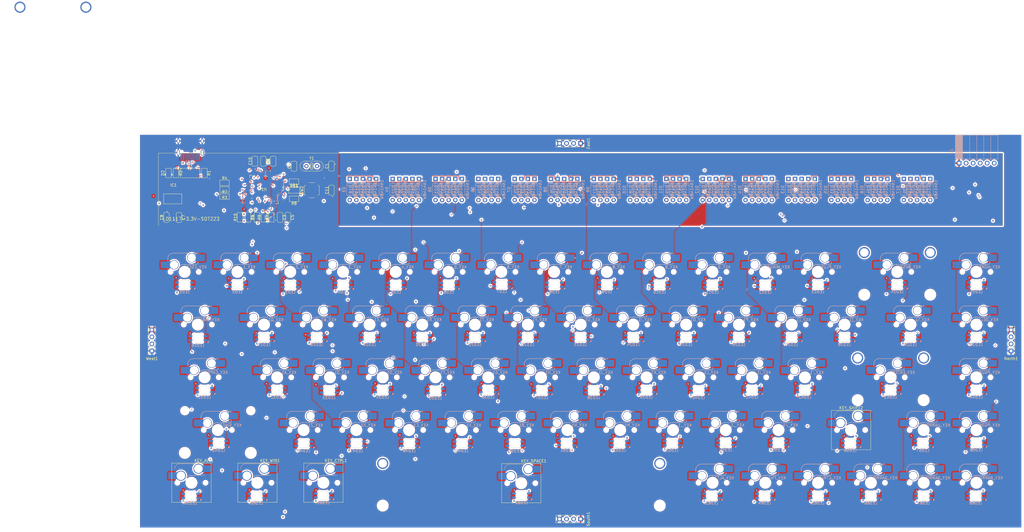
<source format=kicad_pcb>
(kicad_pcb
	(version 20241229)
	(generator "pcbnew")
	(generator_version "9.0")
	(general
		(thickness 1.6)
		(legacy_teardrops no)
	)
	(paper "A3")
	(layers
		(0 "F.Cu" signal)
		(4 "In1.Cu" signal)
		(6 "In2.Cu" signal)
		(2 "B.Cu" signal)
		(9 "F.Adhes" user "F.Adhesive")
		(11 "B.Adhes" user "B.Adhesive")
		(13 "F.Paste" user)
		(15 "B.Paste" user)
		(5 "F.SilkS" user "F.Silkscreen")
		(7 "B.SilkS" user "B.Silkscreen")
		(1 "F.Mask" user)
		(3 "B.Mask" user)
		(17 "Dwgs.User" user "User.Drawings")
		(19 "Cmts.User" user "User.Comments")
		(21 "Eco1.User" user "User.Eco1")
		(23 "Eco2.User" user "User.Eco2")
		(25 "Edge.Cuts" user)
		(27 "Margin" user)
		(31 "F.CrtYd" user "F.Courtyard")
		(29 "B.CrtYd" user "B.Courtyard")
		(35 "F.Fab" user)
		(33 "B.Fab" user)
		(39 "User.1" user)
		(41 "User.2" user)
		(43 "User.3" user)
		(45 "User.4" user)
		(47 "User.5" user)
		(49 "User.6" user)
		(51 "User.7" user)
		(53 "User.8" user)
		(55 "User.9" user)
	)
	(setup
		(stackup
			(layer "F.SilkS"
				(type "Top Silk Screen")
			)
			(layer "F.Paste"
				(type "Top Solder Paste")
			)
			(layer "F.Mask"
				(type "Top Solder Mask")
				(thickness 0.01)
			)
			(layer "F.Cu"
				(type "copper")
				(thickness 0.035)
			)
			(layer "dielectric 1"
				(type "prepreg")
				(thickness 0.1)
				(material "FR4")
				(epsilon_r 4.5)
				(loss_tangent 0.02)
			)
			(layer "In1.Cu"
				(type "copper")
				(thickness 0.035)
			)
			(layer "dielectric 2"
				(type "core")
				(thickness 1.24)
				(material "FR4")
				(epsilon_r 4.5)
				(loss_tangent 0.02)
			)
			(layer "In2.Cu"
				(type "copper")
				(thickness 0.035)
			)
			(layer "dielectric 3"
				(type "prepreg")
				(thickness 0.1)
				(material "FR4")
				(epsilon_r 4.5)
				(loss_tangent 0.02)
			)
			(layer "B.Cu"
				(type "copper")
				(thickness 0.035)
			)
			(layer "B.Mask"
				(type "Bottom Solder Mask")
				(thickness 0.01)
			)
			(layer "B.Paste"
				(type "Bottom Solder Paste")
			)
			(layer "B.SilkS"
				(type "Bottom Silk Screen")
			)
			(copper_finish "HAL lead-free")
			(dielectric_constraints no)
		)
		(pad_to_mask_clearance 0)
		(allow_soldermask_bridges_in_footprints no)
		(tenting front back)
		(grid_origin 44.85125 47.625)
		(pcbplotparams
			(layerselection 0x00000000_00000000_55555555_5755f5ff)
			(plot_on_all_layers_selection 0x00000000_00000000_00000000_00000000)
			(disableapertmacros no)
			(usegerberextensions no)
			(usegerberattributes yes)
			(usegerberadvancedattributes yes)
			(creategerberjobfile yes)
			(dashed_line_dash_ratio 12.000000)
			(dashed_line_gap_ratio 3.000000)
			(svgprecision 4)
			(plotframeref no)
			(mode 1)
			(useauxorigin no)
			(hpglpennumber 1)
			(hpglpenspeed 20)
			(hpglpendiameter 15.000000)
			(pdf_front_fp_property_popups yes)
			(pdf_back_fp_property_popups yes)
			(pdf_metadata yes)
			(pdf_single_document no)
			(dxfpolygonmode yes)
			(dxfimperialunits yes)
			(dxfusepcbnewfont yes)
			(psnegative no)
			(psa4output no)
			(plot_black_and_white yes)
			(sketchpadsonfab no)
			(plotpadnumbers no)
			(hidednponfab no)
			(sketchdnponfab yes)
			(crossoutdnponfab yes)
			(subtractmaskfromsilk no)
			(outputformat 1)
			(mirror no)
			(drillshape 1)
			(scaleselection 1)
			(outputdirectory "")
		)
	)
	(net 0 "")
	(net 1 "GND")
	(net 2 "+3.3V")
	(net 3 "+5V")
	(net 4 "Net-(D3-A)")
	(net 5 "Net-(D4-A)")
	(net 6 "Net-(D5-A)")
	(net 7 "Net-(D6-A)")
	(net 8 "Net-(D7-A)")
	(net 9 "Net-(D8-A)")
	(net 10 "Net-(D9-A)")
	(net 11 "Net-(D10-A)")
	(net 12 "Net-(D11-A)")
	(net 13 "Net-(D12-A)")
	(net 14 "Net-(D13-A)")
	(net 15 "Net-(D14-A)")
	(net 16 "Net-(D15-A)")
	(net 17 "Net-(D16-A)")
	(net 18 "Net-(D17-A)")
	(net 19 "Net-(D18-A)")
	(net 20 "Net-(D19-A)")
	(net 21 "Net-(D20-A)")
	(net 22 "Net-(D21-A)")
	(net 23 "Net-(D22-A)")
	(net 24 "Net-(D23-A)")
	(net 25 "Net-(D29-A)")
	(net 26 "Net-(D30-A)")
	(net 27 "Net-(D31-A)")
	(net 28 "Net-(D32-A)")
	(net 29 "Net-(D33-A)")
	(net 30 "Net-(D24-A)")
	(net 31 "Net-(D25-A)")
	(net 32 "Net-(D26-A)")
	(net 33 "Net-(D27-A)")
	(net 34 "Net-(D28-A)")
	(net 35 "Net-(D34-A)")
	(net 36 "/COL2")
	(net 37 "/COL3")
	(net 38 "/COL4")
	(net 39 "/COL5")
	(net 40 "/COL1")
	(net 41 "Net-(LED1-DOUT)")
	(net 42 "/RGB_DATAIN")
	(net 43 "Net-(U1-OSCIN)")
	(net 44 "Net-(U1-OSCOUT)")
	(net 45 "Net-(U1-VCAP)")
	(net 46 "/NRST")
	(net 47 "/D+")
	(net 48 "/D-")
	(net 49 "/ROW1")
	(net 50 "/ROW2")
	(net 51 "/ROW3")
	(net 52 "/ROW4")
	(net 53 "/ROW5")
	(net 54 "Net-(D35-A)")
	(net 55 "/UART_TX_EAST")
	(net 56 "/UART_RX_EAST")
	(net 57 "Net-(U1-VDDA)")
	(net 58 "Net-(D36-A)")
	(net 59 "Net-(D37-A)")
	(net 60 "Net-(D38-A)")
	(net 61 "Net-(D39-A)")
	(net 62 "Net-(D40-A)")
	(net 63 "Net-(D41-A)")
	(net 64 "Net-(D42-A)")
	(net 65 "Net-(D43-A)")
	(net 66 "Net-(D44-A)")
	(net 67 "Net-(D45-A)")
	(net 68 "Net-(D46-A)")
	(net 69 "Net-(D47-A)")
	(net 70 "Net-(D48-A)")
	(net 71 "Net-(D50-A)")
	(net 72 "Net-(D51-A)")
	(net 73 "Net-(D52-A)")
	(net 74 "Net-(D53-A)")
	(net 75 "Net-(D54-A)")
	(net 76 "Net-(D55-A)")
	(net 77 "Net-(D56-A)")
	(net 78 "Net-(D57-A)")
	(net 79 "Net-(D58-A)")
	(net 80 "/UART_TX_NORTH")
	(net 81 "/UART_RX_NORTH")
	(net 82 "Net-(USB1-CC2)")
	(net 83 "Net-(USB1-CC1)")
	(net 84 "Net-(U1-PA11)")
	(net 85 "Net-(U1-PA12)")
	(net 86 "Net-(U1-BOOT)")
	(net 87 "/JTCLK")
	(net 88 "Net-(J1-Pin_2)")
	(net 89 "/JTMS")
	(net 90 "Net-(J1-Pin_4)")
	(net 91 "Net-(J1-Pin_5)")
	(net 92 "Net-(J1-Pin_6)")
	(net 93 "/SWO")
	(net 94 "/UART_TX_SOUTH")
	(net 95 "/UART_RX_SOUTH")
	(net 96 "unconnected-(U1-PB12-Pad33)")
	(net 97 "AGND")
	(net 98 "Net-(D59-A)")
	(net 99 "/UART_TX_WEST")
	(net 100 "unconnected-(U1-PC14-Pad3)")
	(net 101 "unconnected-(U1-PC15-Pad4)")
	(net 102 "Net-(D60-A)")
	(net 103 "Net-(D61-A)")
	(net 104 "Net-(D62-A)")
	(net 105 "unconnected-(U1-PC1-Pad9)")
	(net 106 "unconnected-(U1-PC3-Pad11)")
	(net 107 "Net-(D64-A)")
	(net 108 "unconnected-(U1-PC2-Pad10)")
	(net 109 "Net-(D65-A)")
	(net 110 "Net-(D68-A)")
	(net 111 "/UART_RX_WEST")
	(net 112 "Net-(D71-A)")
	(net 113 "Net-(D72-A)")
	(net 114 "Net-(D73-A)")
	(net 115 "unconnected-(U1-PC0-Pad8)")
	(net 116 "unconnected-(U1-PC13-Pad2)")
	(net 117 "Net-(D2-A)")
	(net 118 "unconnected-(USB1-SBU2-Pad3)")
	(net 119 "unconnected-(USB1-SBU1-Pad9)")
	(net 120 "unconnected-(U1-PB8-Pad61)")
	(net 121 "unconnected-(U1-PB9-Pad62)")
	(net 122 "Net-(D74-A)")
	(net 123 "Net-(D75-A)")
	(net 124 "Net-(D76-A)")
	(net 125 "/COL12")
	(net 126 "/COL9")
	(net 127 "/COL10")
	(net 128 "/COL11")
	(net 129 "/COL6")
	(net 130 "/COL7")
	(net 131 "/COL8")
	(net 132 "/COL14")
	(net 133 "/COL13")
	(net 134 "/COL15")
	(net 135 "unconnected-(U1-PC4-Pad24)")
	(net 136 "Net-(LED2-DOUT)")
	(net 137 "Net-(LED3-DOUT)")
	(net 138 "Net-(LED4-DOUT)")
	(net 139 "Net-(LED5-DOUT)")
	(net 140 "Net-(LED6-DOUT)")
	(net 141 "Net-(LED7-DOUT)")
	(net 142 "Net-(LED8-DOUT)")
	(net 143 "Net-(LED10-DIN)")
	(net 144 "Net-(LED10-DOUT)")
	(net 145 "Net-(LED11-DOUT)")
	(net 146 "Net-(LED12-DOUT)")
	(net 147 "Net-(LED13-DOUT)")
	(net 148 "Net-(LED14-DOUT)")
	(net 149 "Net-(LED15-DOUT)")
	(net 150 "Net-(LED16-DOUT)")
	(net 151 "Net-(LED17-DOUT)")
	(net 152 "Net-(LED18-DOUT)")
	(net 153 "Net-(LED19-DOUT)")
	(net 154 "Net-(LED20-DOUT)")
	(net 155 "Net-(LED21-DOUT)")
	(net 156 "Net-(LED22-DOUT)")
	(net 157 "Net-(LED23-DOUT)")
	(net 158 "Net-(LED24-DOUT)")
	(net 159 "Net-(LED25-DOUT)")
	(net 160 "Net-(LED26-DOUT)")
	(net 161 "Net-(LED27-DOUT)")
	(net 162 "Net-(LED28-DOUT)")
	(net 163 "Net-(LED29-DOUT)")
	(net 164 "Net-(LED30-DOUT)")
	(net 165 "Net-(LED31-DOUT)")
	(net 166 "Net-(LED32-DOUT)")
	(net 167 "Net-(LED33-DOUT)")
	(net 168 "Net-(LED34-DOUT)")
	(net 169 "Net-(LED35-DOUT)")
	(net 170 "Net-(LED36-DOUT)")
	(net 171 "Net-(LED37-DOUT)")
	(net 172 "Net-(LED38-DOUT)")
	(net 173 "Net-(LED39-DOUT)")
	(net 174 "Net-(LED40-DOUT)")
	(net 175 "Net-(LED41-DOUT)")
	(net 176 "Net-(LED42-DOUT)")
	(net 177 "Net-(LED43-DOUT)")
	(net 178 "Net-(LED44-DOUT)")
	(net 179 "Net-(LED45-DOUT)")
	(net 180 "Net-(LED46-DOUT)")
	(net 181 "Net-(LED47-DOUT)")
	(net 182 "Net-(LED48-DOUT)")
	(net 183 "Net-(LED49-DOUT)")
	(net 184 "Net-(LED50-DOUT)")
	(net 185 "Net-(LED51-DOUT)")
	(net 186 "Net-(LED52-DOUT)")
	(net 187 "Net-(LED53-DOUT)")
	(net 188 "Net-(LED54-DOUT)")
	(net 189 "Net-(LED55-DOUT)")
	(net 190 "Net-(LED56-DOUT)")
	(net 191 "Net-(LED57-DOUT)")
	(net 192 "Net-(LED58-DOUT)")
	(net 193 "Net-(LED59-DOUT)")
	(net 194 "Net-(LED60-DOUT)")
	(net 195 "Net-(LED61-DOUT)")
	(net 196 "Net-(LED62-DOUT)")
	(net 197 "Net-(LED63-DOUT)")
	(net 198 "Net-(LED64-DOUT)")
	(net 199 "Net-(LED65-DOUT)")
	(net 200 "Net-(LED66-DOUT)")
	(net 201 "Net-(LED67-DOUT)")
	(net 202 "unconnected-(LED68-DOUT-Pad2)")
	(net 203 "unconnected-(U1-PA6-Pad22)")
	(net 204 "unconnected-(U1-PA4-Pad20)")
	(net 205 "unconnected-(U1-PA7-Pad23)")
	(footprint "PCM_Resistor_SMD_AKL:R_0805_2012Metric" (layer "F.Cu") (at 87.6083 77.925 90))
	(footprint "PCM_Capacitor_SMD_AKL:C_0805_2012Metric" (layer "F.Cu") (at 54.8513 77.95 90))
	(footprint "PCM_marbastlib-mx:STAB_MX_P_2u" (layer "F.Cu") (at 318.695 97.6312))
	(footprint "PCM_Resistor_SMD_AKL:R_0805_2012Metric" (layer "F.Cu") (at 100.9513 65.025 180))
	(footprint "PCM_Switch_Keyboard_Hotswap_Kailh:SW_Hotswap_Kailh_MX_Plated_1.25u" (layer "F.Cu") (at 111.5263 173.8312))
	(footprint "PCM_Switch_Keyboard_Hotswap_Kailh:SW_Hotswap_Kailh_MX_Plated_1.25u" (layer "F.Cu") (at 182.9638 173.99))
	(footprint "Connector_PinSocket_2.54mm:PinSocket_1x04_P2.54mm_Vertical" (layer "F.Cu") (at 359.7718 126.2063 180))
	(footprint "PCM_Resistor_SMD_AKL:R_0805_2012Metric" (layer "F.Cu") (at 92.7083 77.925 90))
	(footprint "PCM_Resistor_SMD_AKL:R_0805_2012Metric" (layer "F.Cu") (at 81.4763 77.925 90))
	(footprint "Connector_PinSocket_2.54mm:PinSocket_1x04_P2.54mm_Vertical" (layer "F.Cu") (at 49.6138 126.2063 180))
	(footprint "PCM_marbastlib-mx:STAB_MX_2.25u" (layer "F.Cu") (at 73.4263 154.7812))
	(footprint "PCM_marbastlib-mx:STAB_MX_P_6.25u" (layer "F.Cu") (at 182.9638 173.8312))
	(footprint "PCM_Resistor_SMD_AKL:R_0805_2012Metric" (layer "F.Cu") (at 75.8763 67.8656 180))
	(footprint "PCM_marbastlib-mx:STAB_MX_P_2.25u" (layer "F.Cu") (at 316.3138 135.7312))
	(footprint "PCM_Capacitor_SMD_AKL:C_0805_2012Metric" (layer "F.Cu") (at 93.4013 57.65 90))
	(footprint "PCM_Resistor_SMD_AKL:R_0805_2012Metric" (layer "F.Cu") (at 75.8763 70.425))
	(footprint "PCM_Capacitor_SMD_AKL:C_0805_2012Metric" (layer "F.Cu") (at 100.9513 59.475 90))
	(footprint "PCM_Capacitor_SMD_AKL:C_0805_2012Metric" (layer "F.Cu") (at 89.8513 57.65 -90))
	(footprint "PCM_Capacitor_SMD_AKL:C_0805_2012Metric" (layer "F.Cu") (at 84.3513 77.925 -90))
	(footprint "PCM_Switch_Keyboard_Hotswap_Kailh:SW_Hotswap_Kailh_MX_Plated_1.25u" (layer "F.Cu") (at 63.9013 173.8312))
	(footprint "PCM_marbastlib-various:SW_SPST_SKQG_WithStem" (layer "F.Cu") (at 107.3413 68.125 90))
	(footprint "PCM_Diode_SMD_AKL:D_SOD-323" (layer "F.Cu") (at 55.6513 61.925 90))
	(footprint "PCM_marbastlib-mx:STAB_MX_P_2u" (layer "F.Cu") (at 13.9063 8.985))
	(footprint "PCM_Switch_Keyboard_Hotswap_Kailh:SW_Hotswap_Kailh_MX_Plated_1.25u" (layer "F.Cu") (at 87.7138 173.8312))
	(footprint "PCM_Resistor_SMD_AKL:R_0805_2012Metric" (layer "F.Cu") (at 58.3513 61.925 -90))
	(footprint "PCM_Capacitor_SMD_AKL:C_0805_2012Metric" (layer "F.Cu") (at 86.8013 57.65 90))
	(footprint "PCM_Capacitor_SMD_AKL:C_0805_2012Metric" (layer "F.Cu") (at 114.4763 68.125 90))
	(footprint "PCM_Resistor_SMD_AKL:R_0805_2012Metric" (layer "F.Cu") (at 90.1083 77.925 90))
	(footprint "PCM_Fuse_AKL:Fuse_0805_2012Metric_Pad1.15x1.40mm_BigPads"
		(layer "F.Cu")
		(uuid "9dc39ee3-982f-4175-b2f8-503bd38612b8")
		(at 100.9513 68.125)
		(descr "Fuse SMD 0805 (2012 Metric), square (rectangular) end terminal, IPC_7351 nominal with elongated pad for handsoldering. (Body size source: https://docs.google.com/spreadsheets/d/1BsfQQcO9C6DZCsRaXUlFlo91Tg2WpOkGARC1WS5S8t0/edit?usp=sharing), Alternate KiCAD Library")
		(tags "fuse big pads")
		(property "Reference" "FB1"
			(at 0 -1.8 0)
			(layer "F.SilkS")
			(uuid "579348de-11c3-44fc-8c41-9ddd4f8d79e9")
			(effects
				(font
					(size 1 1)
					(thickness 0.15)
				)
			)
		)
		(property "Value" "Ferrite_Bead"
			(at 0 1.65 0)
			(layer "F.Fab")
			(hide yes)
			(uuid "201b5a3d-bc77-43bd-810a-246406e2ca8d")
			(effects
				(font
					(size 1 1)
					(thickness 0.15)
				)
			)
		)
		(property "Datasheet" "~"
			(at 0 0 0)
			(layer "F.Fab")
			(hide yes)
			(uuid "1d1779bf-e615-4f9c-8c88-9bcd5a6512f7")
			(effects
				(font
					(size 1.27 1.27)
					(thickness 0.15)
				)
			)
		)
		(property "Description" "Ferrite bead, Alternate KiCAD Library"
			(at 0 0 0)
			(layer "F.Fab")
			(hide yes)
			(uuid "925069ce-f9eb-4262-b343-e6a4bc61ace3")
			(effects
				(font
					(size 1.27 1.27)
					(thickness 0.15)
				)
			)
		)
		(property ki_fp_filters "*Fuse*")
		(path "/419d9c4f-4ab7-4264-9f26-8a0424a1c835")
		(sheetname "/")
		(sheetfile "68percent.kicad_sch")
		(attr smd)
		(fp_line
			(start -2 -1.1)
			(end -2 1.1)
			(stroke
				(width 0.12)
				(type solid)
			)
			(layer "F.SilkS")
			(uuid "9003ea98-b5e6-42bd-bfe2-bd8273fefc06")
		)
		(fp_line
			(start -2 1.1)
			(end 2 1.1)
			(stroke
				(width 0.12)
				(type solid)
			)
			(layer "F.SilkS")
			(uuid "126e7eb9-6481-4bef-90d8-eeda0b903548")
		)
		(fp_line
			(start 2 -1.1)
			(end -2 -1.1)
			(stroke
				(width 0.12)
				(type solid)
			)
			(layer "F.SilkS")
			(uuid "8003f843-55f9-400e-9e15-938309e46d04")
		)
		(fp_line
			(start 2 1.1)
			(end 2 -1.1)
			(stroke
				(width 0.12)
				(type solid)
			)
			(layer "F.SilkS")
			(uuid "2258821d-3c56-4f9e-95bc-4b6be854b0ee")
		)
		(fp_line
			(start -1.905 -1.016)
			(end 1.905 -1.016)
			(stroke
				(width 0.05)
				(type solid)
			)
			(layer "F.CrtYd")
			(uuid "3b6a8fd2-2065-440b-9cac-364977698107")
		)
		(fp_line
			(start -1.905 1.016)
			(end -1.905 -1.016)
			(stroke
				(width 0.05)
				(type solid)
			)
			(layer "F.CrtYd")
			(uuid "65deda1b-5090-4688-af37-b66c4d2598c1")
		)
		(fp_line
			(start 1.905 -1.016)
			(end 1.905 1.016)
			(stroke
				(width 0.05)
				(type solid)
			)
			(layer "F.CrtYd")
			(uuid "d2f2c216-3823-4091-a659-2a4f6cf12518")
		)
		(fp_line
			(start 1.905 1.016)
			(end -1.905 1.016)
			(stroke
				(width 0.05)
				(type solid)
			)
			(layer "F.CrtYd")
			(uuid "ab86f1ee-77e3-41b3-aae2-e43217d906fe")
		)
		(fp_line
			(start -1 -0.6)
			(end 1 -0.6)
			(stroke
				(width 0.1)
				(type solid)
			)
			(layer "F.Fab")
			(uuid "d7897f3e-5674-4dc4-a07c-71e32c92f89f")
		)
		(fp_line
			(start -1 0.6)
			(end -1 -0.6)
			(stroke
				(width 0.1)
				(type solid)
			)
			(layer "F.Fab")
			(uuid "14b75c3e-e897-4329-a25b-cd386d5e4e90")
		)
		(fp_line
			(start 1 -0.6)
			(end 1 0.6)
			(stroke
				(width 0.1)
				(type solid)
			)
			(layer "F.Fab")
			(uuid "c525a9f0-93d3-4651-875a-9fe2
... [5871085 chars truncated]
</source>
